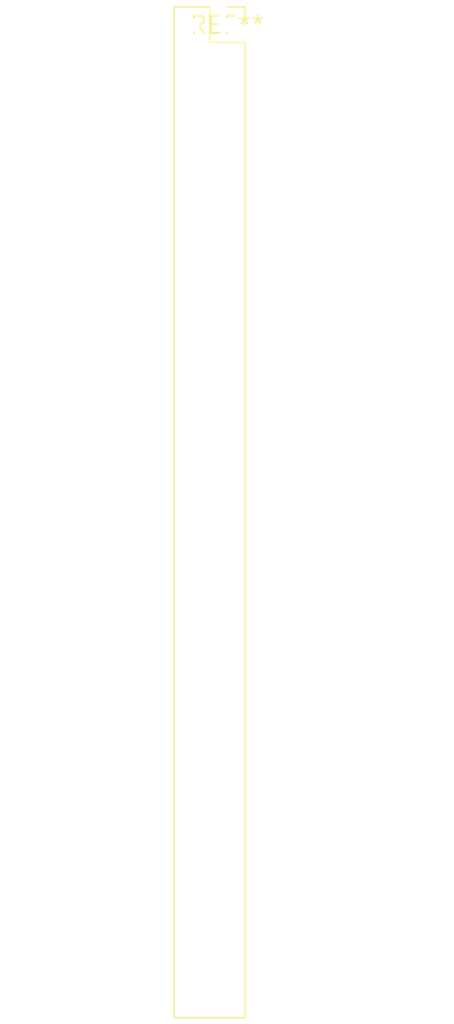
<source format=kicad_pcb>
(kicad_pcb (version 20240108) (generator pcbnew)
  (layers (0 "F.Cu" signal) (31 "B.Cu" signal) (34 "B.Paste" user) (35 "F.Paste" user) (36 "B.SilkS" user "B.Silkscreen") (37 "F.SilkS" user "F.Silkscreen") (38 "B.Mask" user) (39 "F.Mask" user) (44 "Edge.Cuts" user))
  (net 0 "")
  (footprint "PinSocket_2x29_P2.54mm_Vertical" (layer "F.Cu") (at 0 0)
    (property "Reference" "REF**")
    (property "Value" "PinSocket_2x29_P2.54mm_Vertical")
    (fp_line (start -3.87 -1.33) (end -3.87 72.45) (layer "F.SilkS") (stroke (width 0.12)))
    (fp_line (start -3.87 -1.33) (end -1.27 -1.33) (layer "F.SilkS") (stroke (width 0.12)))
    (fp_line (start -3.87 72.45) (end 1.33 72.45) (layer "F.SilkS") (stroke (width 0.12)))
    (fp_line (start -1.27 -1.33) (end -1.27 1.27) (layer "F.SilkS") (stroke (width 0.12)))
    (fp_line (start -1.27 1.27) (end 1.33 1.27) (layer "F.SilkS") (stroke (width 0.12)))
    (fp_line (start 0 -1.33) (end 1.33 -1.33) (layer "F.SilkS") (stroke (width 0.12)))
    (fp_line (start 1.33 -1.33) (end 1.33 0) (layer "F.SilkS") (stroke (width 0.12)))
    (fp_line (start 1.33 1.27) (end 1.33 72.45) (layer "F.SilkS") (stroke (width 0.12)))
    (pad "1" thru_hole rect (at 0 0) (size 1.7 1.7) (drill 1) (layers *.Cu *.Mask) (remove_unused_layers))
    (pad "2" thru_hole oval (at -2.54 0) (size 1.7 1.7) (drill 1) (layers *.Cu *.Mask) (remove_unused_layers))
    (pad "3" thru_hole oval (at 0 2.54) (size 1.7 1.7) (drill 1) (layers *.Cu *.Mask) (remove_unused_layers))
    (pad "4" thru_hole oval (at -2.54 2.54) (size 1.7 1.7) (drill 1) (layers *.Cu *.Mask) (remove_unused_layers))
    (pad "5" thru_hole oval (at 0 5.08) (size 1.7 1.7) (drill 1) (layers *.Cu *.Mask) (remove_unused_layers))
    (pad "6" thru_hole oval (at -2.54 5.08) (size 1.7 1.7) (drill 1) (layers *.Cu *.Mask) (remove_unused_layers))
    (pad "7" thru_hole oval (at 0 7.62) (size 1.7 1.7) (drill 1) (layers *.Cu *.Mask) (remove_unused_layers))
    (pad "8" thru_hole oval (at -2.54 7.62) (size 1.7 1.7) (drill 1) (layers *.Cu *.Mask) (remove_unused_layers))
    (pad "9" thru_hole oval (at 0 10.16) (size 1.7 1.7) (drill 1) (layers *.Cu *.Mask) (remove_unused_layers))
    (pad "10" thru_hole oval (at -2.54 10.16) (size 1.7 1.7) (drill 1) (layers *.Cu *.Mask) (remove_unused_layers))
    (pad "11" thru_hole oval (at 0 12.7) (size 1.7 1.7) (drill 1) (layers *.Cu *.Mask) (remove_unused_layers))
    (pad "12" thru_hole oval (at -2.54 12.7) (size 1.7 1.7) (drill 1) (layers *.Cu *.Mask) (remove_unused_layers))
    (pad "13" thru_hole oval (at 0 15.24) (size 1.7 1.7) (drill 1) (layers *.Cu *.Mask) (remove_unused_layers))
    (pad "14" thru_hole oval (at -2.54 15.24) (size 1.7 1.7) (drill 1) (layers *.Cu *.Mask) (remove_unused_layers))
    (pad "15" thru_hole oval (at 0 17.78) (size 1.7 1.7) (drill 1) (layers *.Cu *.Mask) (remove_unused_layers))
    (pad "16" thru_hole oval (at -2.54 17.78) (size 1.7 1.7) (drill 1) (layers *.Cu *.Mask) (remove_unused_layers))
    (pad "17" thru_hole oval (at 0 20.32) (size 1.7 1.7) (drill 1) (layers *.Cu *.Mask) (remove_unused_layers))
    (pad "18" thru_hole oval (at -2.54 20.32) (size 1.7 1.7) (drill 1) (layers *.Cu *.Mask) (remove_unused_layers))
    (pad "19" thru_hole oval (at 0 22.86) (size 1.7 1.7) (drill 1) (layers *.Cu *.Mask) (remove_unused_layers))
    (pad "20" thru_hole oval (at -2.54 22.86) (size 1.7 1.7) (drill 1) (layers *.Cu *.Mask) (remove_unused_layers))
    (pad "21" thru_hole oval (at 0 25.4) (size 1.7 1.7) (drill 1) (layers *.Cu *.Mask) (remove_unused_layers))
    (pad "22" thru_hole oval (at -2.54 25.4) (size 1.7 1.7) (drill 1) (layers *.Cu *.Mask) (remove_unused_layers))
    (pad "23" thru_hole oval (at 0 27.94) (size 1.7 1.7) (drill 1) (layers *.Cu *.Mask) (remove_unused_layers))
    (pad "24" thru_hole oval (at -2.54 27.94) (size 1.7 1.7) (drill 1) (layers *.Cu *.Mask) (remove_unused_layers))
    (pad "25" thru_hole oval (at 0 30.48) (size 1.7 1.7) (drill 1) (layers *.Cu *.Mask) (remove_unused_layers))
    (pad "26" thru_hole oval (at -2.54 30.48) (size 1.7 1.7) (drill 1) (layers *.Cu *.Mask) (remove_unused_layers))
    (pad "27" thru_hole oval (at 0 33.02) (size 1.7 1.7) (drill 1) (layers *.Cu *.Mask) (remove_unused_layers))
    (pad "28" thru_hole oval (at -2.54 33.02) (size 1.7 1.7) (drill 1) (layers *.Cu *.Mask) (remove_unused_layers))
    (pad "29" thru_hole oval (at 0 35.56) (size 1.7 1.7) (drill 1) (layers *.Cu *.Mask) (remove_unused_layers))
    (pad "30" thru_hole oval (at -2.54 35.56) (size 1.7 1.7) (drill 1) (layers *.Cu *.Mask) (remove_unused_layers))
    (pad "31" thru_hole oval (at 0 38.1) (size 1.7 1.7) (drill 1) (layers *.Cu *.Mask) (remove_unused_layers))
    (pad "32" thru_hole oval (at -2.54 38.1) (size 1.7 1.7) (drill 1) (layers *.Cu *.Mask) (remove_unused_layers))
    (pad "33" thru_hole oval (at 0 40.64) (size 1.7 1.7) (drill 1) (layers *.Cu *.Mask) (remove_unused_layers))
    (pad "34" thru_hole oval (at -2.54 40.64) (size 1.7 1.7) (drill 1) (layers *.Cu *.Mask) (remove_unused_layers))
    (pad "35" thru_hole oval (at 0 43.18) (size 1.7 1.7) (drill 1) (layers *.Cu *.Mask) (remove_unused_layers))
    (pad "36" thru_hole oval (at -2.54 43.18) (size 1.7 1.7) (drill 1) (layers *.Cu *.Mask) (remove_unused_layers))
    (pad "37" thru_hole oval (at 0 45.72) (size 1.7 1.7) (drill 1) (layers *.Cu *.Mask) (remove_unused_layers))
    (pad "38" thru_hole oval (at -2.54 45.72) (size 1.7 1.7) (drill 1) (layers *.Cu *.Mask) (remove_unused_layers))
    (pad "39" thru_hole oval (at 0 48.26) (size 1.7 1.7) (drill 1) (layers *.Cu *.Mask) (remove_unused_layers))
    (pad "40" thru_hole oval (at -2.54 48.26) (size 1.7 1.7) (drill 1) (layers *.Cu *.Mask) (remove_unused_layers))
    (pad "41" thru_hole oval (at 0 50.8) (size 1.7 1.7) (drill 1) (layers *.Cu *.Mask) (remove_unused_layers))
    (pad "42" thru_hole oval (at -2.54 50.8) (size 1.7 1.7) (drill 1) (layers *.Cu *.Mask) (remove_unused_layers))
    (pad "43" thru_hole oval (at 0 53.34) (size 1.7 1.7) (drill 1) (layers *.Cu *.Mask) (remove_unused_layers))
    (pad "44" thru_hole oval (at -2.54 53.34) (size 1.7 1.7) (drill 1) (layers *.Cu *.Mask) (remove_unused_layers))
    (pad "45" thru_hole oval (at 0 55.88) (size 1.7 1.7) (drill 1) (layers *.Cu *.Mask) (remove_unused_layers))
    (pad "46" thru_hole oval (at -2.54 55.88) (size 1.7 1.7) (drill 1) (layers *.Cu *.Mask) (remove_unused_layers))
    (pad "47" thru_hole oval (at 0 58.42) (size 1.7 1.7) (drill 1) (layers *.Cu *.Mask) (remove_unused_layers))
    (pad "48" thru_hole oval (at -2.54 58.42) (size 1.7 1.7) (drill 1) (layers *.Cu *.Mask) (remove_unused_layers))
    (pad "49" thru_hole oval (at 0 60.96) (size 1.7 1.7) (drill 1) (layers *.Cu *.Mask) (remove_unused_layers))
    (pad "50" thru_hole oval (at -2.54 60.96) (size 1.7 1.7) (drill 1) (layers *.Cu *.Mask) (remove_unused_layers))
    (pad "51" thru_hole oval (at 0 63.5) (size 1.7 1.7) (drill 1) (layers *.Cu *.Mask) (remove_unused_layers))
    (pad "52" thru_hole oval (at -2.54 63.5) (size 1.7 1.7) (drill 1) (layers *.Cu *.Mask) (remove_unused_layers))
    (pad "53" thru_hole oval (at 0 66.04) (size 1.7 1.7) (drill 1) (layers *.Cu *.Mask) (remove_unused_layers))
    (pad "54" thru_hole oval (at -2.54 66.04) (size 1.7 1.7) (drill 1) (layers *.Cu *.Mask) (remove_unused_layers))
    (pad "55" thru_hole oval (at 0 68.58) (size 1.7 1.7) (drill 1) (layers *.Cu *.Mask) (remove_unused_layers))
    (pad "56" thru_hole oval (at -2.54 68.58) (size 1.7 1.7) (drill 1) (layers *.Cu *.Mask) (remove_unused_layers))
    (pad "57" thru_hole oval (at 0 71.12) (size 1.7 1.7) (drill 1) (layers *.Cu *.Mask) (remove_unused_layers))
    (pad "58" thru_hole oval (at -2.54 71.12) (size 1.7 1.7) (drill 1) (layers *.Cu *.Mask) (remove_unused_layers))
  )
)
</source>
